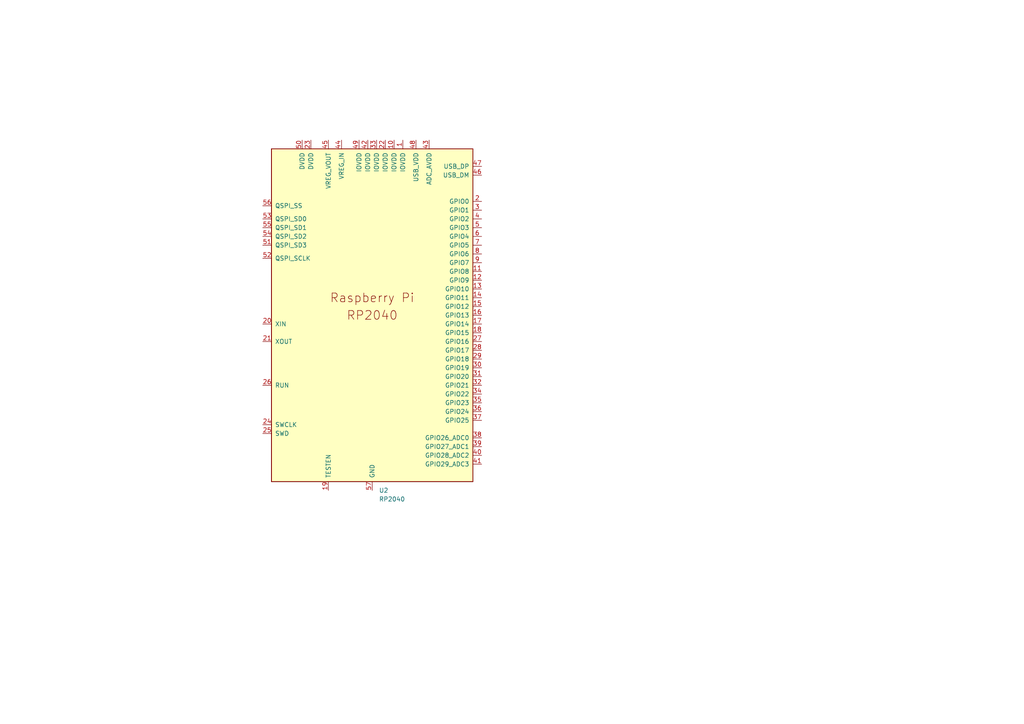
<source format=kicad_sch>
(kicad_sch (version 20230121) (generator eeschema)
  (paper "A4")
  (lib_symbols
    (symbol "MCU_RaspberryPi_and_Boards:RP2040" (pin_names (offset 1.016))
      (property "Reference" "U" (at -29.21 49.53 0))
      (property "Value" "RP2040" (at 24.13 -49.53 0))
      (symbol "RP2040_0_0"
        (text "Raspberry Pi" (at 0 5.08 0) (effects (font (size 2.54 2.54))))
        (text "RP2040" (at 0 0 0) (effects (font (size 2.54 2.54))))
      )
      (symbol "RP2040_0_1"
        (rectangle (start 29.21 48.26) (end -29.21 -48.26) (stroke (width 0.254)) (fill (type background)))
      )
      (symbol "RP2040_1_1"
        (pin power_in line (at 8.89 50.8 270) (length 2.54) (name "IOVDD") (number "1"))
        (pin power_in line (at 6.35 50.8 270) (length 2.54) (name "IOVDD") (number "10"))
        (pin bidirectional line (at 31.75 12.7 180) (length 2.54) (name "GPIO8") (number "11"))
        (pin bidirectional line (at 31.75 10.16 180) (length 2.54) (name "GPIO9") (number "12"))
        (pin bidirectional line (at 31.75 7.62 180) (length 2.54) (name "GPIO10") (number "13"))
        (pin bidirectional line (at 31.75 5.08 180) (length 2.54) (name "GPIO11") (number "14"))
        (pin bidirectional line (at 31.75 2.54 180) (length 2.54) (name "GPIO12") (number "15"))
        (pin bidirectional line (at 31.75 0 180) (length 2.54) (name "GPIO13") (number "16"))
        (pin bidirectional line (at 31.75 -2.54 180) (length 2.54) (name "GPIO14") (number "17"))
        (pin bidirectional line (at 31.75 -5.08 180) (length 2.54) (name "GPIO15") (number "18"))
        (pin passive line (at -12.7 -50.8 90) (length 2.54) (name "TESTEN") (number "19"))
        (pin bidirectional line (at 31.75 33.02 180) (length 2.54) (name "GPIO0") (number "2"))
        (pin input line (at -31.75 -2.54 0) (length 2.54) (name "XIN") (number "20"))
        (pin passive line (at -31.75 -7.62 0) (length 2.54) (name "XOUT") (number "21"))
        (pin power_in line (at 3.81 50.8 270) (length 2.54) (name "IOVDD") (number "22"))
        (pin power_in line (at -17.78 50.8 270) (length 2.54) (name "DVDD") (number "23"))
        (pin output line (at -31.75 -31.75 0) (length 2.54) (name "SWCLK") (number "24"))
        (pin bidirectional line (at -31.75 -34.29 0) (length 2.54) (name "SWD") (number "25"))
        (pin input line (at -31.75 -20.32 0) (length 2.54) (name "RUN") (number "26"))
        (pin bidirectional line (at 31.75 -7.62 180) (length 2.54) (name "GPIO16") (number "27"))
        (pin bidirectional line (at 31.75 -10.16 180) (length 2.54) (name "GPIO17") (number "28"))
        (pin bidirectional line (at 31.75 -12.7 180) (length 2.54) (name "GPIO18") (number "29"))
        (pin bidirectional line (at 31.75 30.48 180) (length 2.54) (name "GPIO1") (number "3"))
        (pin bidirectional line (at 31.75 -15.24 180) (length 2.54) (name "GPIO19") (number "30"))
        (pin bidirectional line (at 31.75 -17.78 180) (length 2.54) (name "GPIO20") (number "31"))
        (pin bidirectional line (at 31.75 -20.32 180) (length 2.54) (name "GPIO21") (number "32"))
        (pin power_in line (at 1.27 50.8 270) (length 2.54) (name "IOVDD") (number "33"))
        (pin bidirectional line (at 31.75 -22.86 180) (length 2.54) (name "GPIO22") (number "34"))
        (pin bidirectional line (at 31.75 -25.4 180) (length 2.54) (name "GPIO23") (number "35"))
        (pin bidirectional line (at 31.75 -27.94 180) (length 2.54) (name "GPIO24") (number "36"))
        (pin bidirectional line (at 31.75 -30.48 180) (length 2.54) (name "GPIO25") (number "37"))
        (pin bidirectional line (at 31.75 -35.56 180) (length 2.54) (name "GPIO26_ADC0") (number "38"))
        (pin bidirectional line (at 31.75 -38.1 180) (length 2.54) (name "GPIO27_ADC1") (number "39"))
        (pin bidirectional line (at 31.75 27.94 180) (length 2.54) (name "GPIO2") (number "4"))
        (pin bidirectional line (at 31.75 -40.64 180) (length 2.54) (name "GPIO28_ADC2") (number "40"))
        (pin bidirectional line (at 31.75 -43.18 180) (length 2.54) (name "GPIO29_ADC3") (number "41"))
        (pin power_in line (at -1.27 50.8 270) (length 2.54) (name "IOVDD") (number "42"))
        (pin power_in line (at 16.51 50.8 270) (length 2.54) (name "ADC_AVDD") (number "43"))
        (pin power_in line (at -8.89 50.8 270) (length 2.54) (name "VREG_IN") (number "44"))
        (pin power_out line (at -12.7 50.8 270) (length 2.54) (name "VREG_VOUT") (number "45"))
        (pin bidirectional line (at 31.75 40.64 180) (length 2.54) (name "USB_DM") (number "46"))
        (pin bidirectional line (at 31.75 43.18 180) (length 2.54) (name "USB_DP") (number "47"))
        (pin power_in line (at 12.7 50.8 270) (length 2.54) (name "USB_VDD") (number "48"))
        (pin power_in line (at -3.81 50.8 270) (length 2.54) (name "IOVDD") (number "49"))
        (pin bidirectional line (at 31.75 25.4 180) (length 2.54) (name "GPIO3") (number "5"))
        (pin power_in line (at -20.32 50.8 270) (length 2.54) (name "DVDD") (number "50"))
        (pin bidirectional line (at -31.75 20.32 0) (length 2.54) (name "QSPI_SD3") (number "51"))
        (pin output line (at -31.75 16.51 0) (length 2.54) (name "QSPI_SCLK") (number "52"))
        (pin bidirectional line (at -31.75 27.94 0) (length 2.54) (name "QSPI_SD0") (number "53"))
        (pin bidirectional line (at -31.75 22.86 0) (length 2.54) (name "QSPI_SD2") (number "54"))
        (pin bidirectional line (at -31.75 25.4 0) (length 2.54) (name "QSPI_SD1") (number "55"))
        (pin bidirectional line (at -31.75 31.75 0) (length 2.54) (name "QSPI_SS") (number "56"))
        (pin power_in line (at 0 -50.8 90) (length 2.54) (name "GND") (number "57"))
        (pin bidirectional line (at 31.75 22.86 180) (length 2.54) (name "GPIO4") (number "6"))
        (pin bidirectional line (at 31.75 20.32 180) (length 2.54) (name "GPIO5") (number "7"))
        (pin bidirectional line (at 31.75 17.78 180) (length 2.54) (name "GPIO6") (number "8"))
        (pin bidirectional line (at 31.75 15.24 180) (length 2.54) (name "GPIO7") (number "9"))
      )
    )
  )
  (symbol (lib_id "MCU_RaspberryPi_and_Boards:RP2040") (at 107.95 91.44 0) (unit 1)
    (property "Reference" "U2" (at 109.9059 142.24 0) (effects (justify left)))
    (property "Value" "RP2040" (at 109.9059 144.78 0) (effects (justify left)))
    (property "Footprint" "RP2040_minimal:RP2040-QFN-56" (effects hide))
  )
)
</source>
